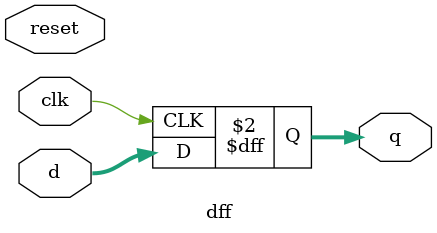
<source format=v>
`timescale 1ns / 1ps


module dff(
input clk,
input [31:0]d,
input reset ,
output reg [31:0]q

    );
    always@(posedge clk)
    q<= d ;
endmodule

</source>
